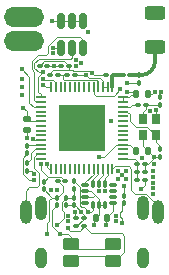
<source format=gbr>
%TF.GenerationSoftware,KiCad,Pcbnew,9.0.1*%
%TF.CreationDate,2025-07-17T15:45:22-04:00*%
%TF.ProjectId,flowstick_main_pcb,666c6f77-7374-4696-936b-5f6d61696e5f,rev?*%
%TF.SameCoordinates,Original*%
%TF.FileFunction,Copper,L1,Top*%
%TF.FilePolarity,Positive*%
%FSLAX46Y46*%
G04 Gerber Fmt 4.6, Leading zero omitted, Abs format (unit mm)*
G04 Created by KiCad (PCBNEW 9.0.1) date 2025-07-17 15:45:22*
%MOMM*%
%LPD*%
G01*
G04 APERTURE LIST*
G04 Aperture macros list*
%AMRoundRect*
0 Rectangle with rounded corners*
0 $1 Rounding radius*
0 $2 $3 $4 $5 $6 $7 $8 $9 X,Y pos of 4 corners*
0 Add a 4 corners polygon primitive as box body*
4,1,4,$2,$3,$4,$5,$6,$7,$8,$9,$2,$3,0*
0 Add four circle primitives for the rounded corners*
1,1,$1+$1,$2,$3*
1,1,$1+$1,$4,$5*
1,1,$1+$1,$6,$7*
1,1,$1+$1,$8,$9*
0 Add four rect primitives between the rounded corners*
20,1,$1+$1,$2,$3,$4,$5,0*
20,1,$1+$1,$4,$5,$6,$7,0*
20,1,$1+$1,$6,$7,$8,$9,0*
20,1,$1+$1,$8,$9,$2,$3,0*%
G04 Aperture macros list end*
%TA.AperFunction,Conductor*%
%ADD10C,0.300000*%
%TD*%
%TA.AperFunction,SMDPad,CuDef*%
%ADD11RoundRect,0.100000X-0.130000X-0.100000X0.130000X-0.100000X0.130000X0.100000X-0.130000X0.100000X0*%
%TD*%
%TA.AperFunction,SMDPad,CuDef*%
%ADD12RoundRect,0.100000X0.130000X0.100000X-0.130000X0.100000X-0.130000X-0.100000X0.130000X-0.100000X0*%
%TD*%
%TA.AperFunction,SMDPad,CuDef*%
%ADD13RoundRect,0.100000X-0.100000X0.130000X-0.100000X-0.130000X0.100000X-0.130000X0.100000X0.130000X0*%
%TD*%
%TA.AperFunction,SMDPad,CuDef*%
%ADD14RoundRect,0.100000X0.100000X-0.130000X0.100000X0.130000X-0.100000X0.130000X-0.100000X-0.130000X0*%
%TD*%
%TA.AperFunction,SMDPad,CuDef*%
%ADD15O,1.000000X2.000000*%
%TD*%
%TA.AperFunction,SMDPad,CuDef*%
%ADD16RoundRect,0.140000X0.140000X0.170000X-0.140000X0.170000X-0.140000X-0.170000X0.140000X-0.170000X0*%
%TD*%
%TA.AperFunction,ComponentPad*%
%ADD17O,3.400000X1.700000*%
%TD*%
%TA.AperFunction,ComponentPad*%
%ADD18C,1.700000*%
%TD*%
%TA.AperFunction,SMDPad,CuDef*%
%ADD19RoundRect,0.140000X-0.140000X-0.170000X0.140000X-0.170000X0.140000X0.170000X-0.140000X0.170000X0*%
%TD*%
%TA.AperFunction,SMDPad,CuDef*%
%ADD20R,0.800000X0.900000*%
%TD*%
%TA.AperFunction,SMDPad,CuDef*%
%ADD21RoundRect,0.087500X-0.225000X-0.087500X0.225000X-0.087500X0.225000X0.087500X-0.225000X0.087500X0*%
%TD*%
%TA.AperFunction,SMDPad,CuDef*%
%ADD22RoundRect,0.087500X-0.087500X-0.225000X0.087500X-0.225000X0.087500X0.225000X-0.087500X0.225000X0*%
%TD*%
%TA.AperFunction,SMDPad,CuDef*%
%ADD23RoundRect,0.140000X-0.170000X0.140000X-0.170000X-0.140000X0.170000X-0.140000X0.170000X0.140000X0*%
%TD*%
%TA.AperFunction,SMDPad,CuDef*%
%ADD24RoundRect,0.250000X-0.450000X-0.275000X0.450000X-0.275000X0.450000X0.275000X-0.450000X0.275000X0*%
%TD*%
%TA.AperFunction,SMDPad,CuDef*%
%ADD25RoundRect,0.250000X0.625000X-0.312500X0.625000X0.312500X-0.625000X0.312500X-0.625000X-0.312500X0*%
%TD*%
%TA.AperFunction,SMDPad,CuDef*%
%ADD26RoundRect,0.050000X-0.050000X0.350000X-0.050000X-0.350000X0.050000X-0.350000X0.050000X0.350000X0*%
%TD*%
%TA.AperFunction,SMDPad,CuDef*%
%ADD27RoundRect,0.050000X-0.350000X0.050000X-0.350000X-0.050000X0.350000X-0.050000X0.350000X0.050000X0*%
%TD*%
%TA.AperFunction,HeatsinkPad*%
%ADD28R,4.000000X4.000000*%
%TD*%
%TA.AperFunction,SMDPad,CuDef*%
%ADD29RoundRect,0.150000X0.150000X-0.512500X0.150000X0.512500X-0.150000X0.512500X-0.150000X-0.512500X0*%
%TD*%
%TA.AperFunction,HeatsinkPad*%
%ADD30O,1.000000X1.800000*%
%TD*%
%TA.AperFunction,HeatsinkPad*%
%ADD31O,1.000000X2.100000*%
%TD*%
%TA.AperFunction,ViaPad*%
%ADD32C,0.420000*%
%TD*%
%TA.AperFunction,Conductor*%
%ADD33C,0.110000*%
%TD*%
%TA.AperFunction,Conductor*%
%ADD34C,0.200000*%
%TD*%
G04 APERTURE END LIST*
D10*
%TO.N,Net-(AE1-Pad1)*%
X155350000Y-81700000D02*
G75*
G02*
X154150000Y-82900000I-1200000J0D01*
G01*
%TD*%
D11*
%TO.P,C11,1*%
%TO.N,Net-(D1A-K)*%
X147380000Y-82100000D03*
%TO.P,C11,2*%
%TO.N,GND*%
X148020000Y-82100000D03*
%TD*%
%TO.P,R15,2*%
%TO.N,+3.3V*%
X148520000Y-82900000D03*
%TO.P,R15,1*%
%TO.N,Net-(U1-CHIP_PU)*%
X147880000Y-82900000D03*
%TD*%
D12*
%TO.P,C18,1*%
%TO.N,Net-(U1-CHIP_PU)*%
X147120000Y-82900000D03*
%TO.P,C18,2*%
%TO.N,GND*%
X146480000Y-82900000D03*
%TD*%
D13*
%TO.P,R10,1*%
%TO.N,+3.3V*%
X148500000Y-91880000D03*
%TO.P,R10,2*%
%TO.N,/VREF*%
X148500000Y-92520000D03*
%TD*%
D14*
%TO.P,C14,1*%
%TO.N,/BATT_MEASURE*%
X145900000Y-92565000D03*
%TO.P,C14,2*%
%TO.N,/BATT_MEASURE_EN*%
X145900000Y-91925000D03*
%TD*%
D13*
%TO.P,C8,1*%
%TO.N,Net-(AE1-Pad1)*%
X154000000Y-82935000D03*
%TO.P,C8,2*%
%TO.N,GND*%
X154000000Y-83575000D03*
%TD*%
D15*
%TO.P,J3,1,Pin_1*%
%TO.N,/LED_CLK*%
X155600000Y-94500000D03*
%TD*%
D13*
%TO.P,C5,1*%
%TO.N,Net-(U1-XTAL_N)*%
X155730000Y-89180000D03*
%TO.P,C5,2*%
%TO.N,GND*%
X155730000Y-89820000D03*
%TD*%
D11*
%TO.P,R14,1*%
%TO.N,/VBUS_SENSE*%
X153810000Y-91100000D03*
%TO.P,R14,2*%
%TO.N,GND*%
X154450000Y-91100000D03*
%TD*%
D14*
%TO.P,R3,1*%
%TO.N,/USBDP*%
X144500000Y-91020000D03*
%TO.P,R3,2*%
%TO.N,Net-(U1-GPIO20{slash}USB_D+)*%
X144500000Y-90380000D03*
%TD*%
D13*
%TO.P,C13,1*%
%TO.N,/VREF*%
X148500000Y-93280000D03*
%TO.P,C13,2*%
%TO.N,GND*%
X148500000Y-93920000D03*
%TD*%
D16*
%TO.P,C16,1*%
%TO.N,+3.3V*%
X151280000Y-95000000D03*
%TO.P,C16,2*%
%TO.N,GND*%
X150320000Y-95000000D03*
%TD*%
D17*
%TO.P,BT1,1,+*%
%TO.N,+BATT*%
X144250000Y-80000000D03*
D18*
X143500000Y-80000000D03*
D17*
%TO.P,BT1,2,-*%
%TO.N,GND*%
X144250000Y-78000000D03*
D18*
X143500000Y-78000000D03*
%TD*%
D14*
%TO.P,R8,1*%
%TO.N,+BATT*%
X147000000Y-93920000D03*
%TO.P,R8,2*%
%TO.N,/BATT_MEASURE*%
X147000000Y-93280000D03*
%TD*%
D13*
%TO.P,R1,1*%
%TO.N,Net-(J1-CC1)*%
X152700000Y-93100000D03*
%TO.P,R1,2*%
%TO.N,GND*%
X152700000Y-93740000D03*
%TD*%
D12*
%TO.P,R7,1*%
%TO.N,Net-(D1A-K)*%
X146200000Y-82100000D03*
%TO.P,R7,2*%
%TO.N,GND*%
X145560000Y-82100000D03*
%TD*%
D19*
%TO.P,C4,1*%
%TO.N,+3.3V*%
X153750000Y-84500000D03*
%TO.P,C4,2*%
%TO.N,GND*%
X154710000Y-84500000D03*
%TD*%
D14*
%TO.P,R4,1*%
%TO.N,/USBDM*%
X144500000Y-89520000D03*
%TO.P,R4,2*%
%TO.N,Net-(U1-GPIO19{slash}USB_D-)*%
X144500000Y-88880000D03*
%TD*%
D13*
%TO.P,C6,1*%
%TO.N,GND*%
X155730000Y-84780000D03*
%TO.P,C6,2*%
%TO.N,Net-(C6-Pad2)*%
X155730000Y-85420000D03*
%TD*%
D20*
%TO.P,Y1,1,1*%
%TO.N,Net-(U1-XTAL_N)*%
X155380000Y-88000000D03*
%TO.P,Y1,2,2*%
%TO.N,GND*%
X155380000Y-86600000D03*
%TO.P,Y1,3,3*%
%TO.N,Net-(C6-Pad2)*%
X154280000Y-86600000D03*
%TO.P,Y1,4,4*%
%TO.N,GND*%
X154280000Y-88000000D03*
%TD*%
D13*
%TO.P,R11,1*%
%TO.N,/VREF*%
X147800000Y-93280000D03*
%TO.P,R11,2*%
%TO.N,GND*%
X147800000Y-93920000D03*
%TD*%
D12*
%TO.P,C7,1*%
%TO.N,Net-(U1-LNA_IN)*%
X151820000Y-82900000D03*
%TO.P,C7,2*%
%TO.N,GND*%
X151180000Y-82900000D03*
%TD*%
D19*
%TO.P,C3,1*%
%TO.N,+3.3V*%
X153750000Y-89300000D03*
%TO.P,C3,2*%
%TO.N,GND*%
X154710000Y-89300000D03*
%TD*%
D11*
%TO.P,R9,1*%
%TO.N,/BATT_MEASURE*%
X147080000Y-91900000D03*
%TO.P,R9,2*%
%TO.N,/BATT_MEASURE_EN*%
X147720000Y-91900000D03*
%TD*%
D21*
%TO.P,U5,1,SDO/SA0*%
%TO.N,/IMU_PICO*%
X149437500Y-92250000D03*
%TO.P,U5,2,SDX*%
%TO.N,GND*%
X149437500Y-92750000D03*
%TO.P,U5,3,SCX*%
X149437500Y-93250000D03*
%TO.P,U5,4,INT1*%
%TO.N,unconnected-(U5-INT1-Pad4)*%
X149437500Y-93750000D03*
D22*
%TO.P,U5,5,VDDIO*%
%TO.N,+3.3V*%
X150100000Y-93912500D03*
%TO.P,U5,6,GND*%
%TO.N,GND*%
X150600000Y-93912500D03*
%TO.P,U5,7,GND*%
X151100000Y-93912500D03*
D21*
%TO.P,U5,8,VDD*%
%TO.N,+3.3V*%
X151762500Y-93750000D03*
%TO.P,U5,9,INT2*%
%TO.N,unconnected-(U5-INT2-Pad9)*%
X151762500Y-93250000D03*
%TO.P,U5,10,NC*%
%TO.N,unconnected-(U5-NC-Pad10)*%
X151762500Y-92750000D03*
%TO.P,U5,11,NC*%
%TO.N,unconnected-(U5-NC-Pad11)*%
X151762500Y-92250000D03*
D22*
%TO.P,U5,12,CS*%
%TO.N,/IMU_CS*%
X151100000Y-92087500D03*
%TO.P,U5,13,SCL*%
%TO.N,/IMU_SCK*%
X150600000Y-92087500D03*
%TO.P,U5,14,SDA*%
%TO.N,/IMU_POCI*%
X150100000Y-92087500D03*
%TD*%
D15*
%TO.P,J4,1,Pin_1*%
%TO.N,/LED_DAT*%
X144400000Y-94500000D03*
%TD*%
D23*
%TO.P,C2,1*%
%TO.N,+3.3V*%
X144500000Y-86620000D03*
%TO.P,C2,2*%
%TO.N,GND*%
X144500000Y-87580000D03*
%TD*%
D12*
%TO.P,R13,1*%
%TO.N,VBUS*%
X154450000Y-91800000D03*
%TO.P,R13,2*%
%TO.N,/VBUS_SENSE*%
X153810000Y-91800000D03*
%TD*%
D24*
%TO.P,SW1,1,1*%
%TO.N,+BATT*%
X148200000Y-97180000D03*
X151800000Y-97180000D03*
%TO.P,SW1,2,2*%
%TO.N,/BUTTON*%
X148200000Y-98620000D03*
X151800000Y-98620000D03*
%TD*%
D25*
%TO.P,AE1,1*%
%TO.N,Net-(AE1-Pad1)*%
X155350000Y-80562500D03*
%TO.P,AE1,2*%
%TO.N,unconnected-(AE1-Pad2)*%
X155350000Y-77637500D03*
%TD*%
D26*
%TO.P,U1,1,LNA_IN*%
%TO.N,Net-(U1-LNA_IN)*%
X151730000Y-83950000D03*
%TO.P,U1,2,VDD3P3*%
%TO.N,+3.3V*%
X151330000Y-83950000D03*
%TO.P,U1,3,VDD3P3*%
X150930000Y-83950000D03*
%TO.P,U1,4,CHIP_PU*%
%TO.N,Net-(U1-CHIP_PU)*%
X150530000Y-83950000D03*
%TO.P,U1,5,GPIO0*%
%TO.N,Net-(U1-GPIO0)*%
X150130000Y-83950000D03*
%TO.P,U1,6,GPIO1*%
%TO.N,unconnected-(U1-GPIO1-Pad6)*%
X149730000Y-83950000D03*
%TO.P,U1,7,GPIO2*%
%TO.N,unconnected-(U1-GPIO2-Pad7)*%
X149330000Y-83950000D03*
%TO.P,U1,8,GPIO3*%
%TO.N,unconnected-(U1-GPIO3-Pad8)*%
X148930000Y-83950000D03*
%TO.P,U1,9,GPIO4*%
%TO.N,unconnected-(U1-GPIO4-Pad9)*%
X148530000Y-83950000D03*
%TO.P,U1,10,GPIO5*%
%TO.N,unconnected-(U1-GPIO5-Pad10)*%
X148130000Y-83950000D03*
%TO.P,U1,11,GPIO6*%
%TO.N,unconnected-(U1-GPIO6-Pad11)*%
X147730000Y-83950000D03*
%TO.P,U1,12,GPIO7*%
%TO.N,unconnected-(U1-GPIO7-Pad12)*%
X147330000Y-83950000D03*
%TO.P,U1,13,GPIO8*%
%TO.N,/VREF*%
X146930000Y-83950000D03*
%TO.P,U1,14,GPIO9*%
%TO.N,/BATT_MEASURE*%
X146530000Y-83950000D03*
D27*
%TO.P,U1,15,GPIO10*%
%TO.N,/BUTTON*%
X145680000Y-84800000D03*
%TO.P,U1,16,GPIO11*%
%TO.N,/PWRHLD*%
X145680000Y-85200000D03*
%TO.P,U1,17,GPIO12*%
%TO.N,/CHG_SENSE*%
X145680000Y-85600000D03*
%TO.P,U1,18,GPIO13*%
%TO.N,unconnected-(U1-GPIO13-Pad18)*%
X145680000Y-86000000D03*
%TO.P,U1,19,GPIO14*%
%TO.N,unconnected-(U1-GPIO14-Pad19)*%
X145680000Y-86400000D03*
%TO.P,U1,20,VDD3P3_RTC*%
%TO.N,+3.3V*%
X145680000Y-86800000D03*
%TO.P,U1,21,XTAL_32K_P*%
%TO.N,unconnected-(U1-XTAL_32K_P-Pad21)*%
X145680000Y-87200000D03*
%TO.P,U1,22,XTAL_32K_N*%
%TO.N,unconnected-(U1-XTAL_32K_N-Pad22)*%
X145680000Y-87600000D03*
%TO.P,U1,23,GPIO17*%
%TO.N,unconnected-(U1-GPIO17-Pad23)*%
X145680000Y-88000000D03*
%TO.P,U1,24,GPIO18*%
%TO.N,/BATT_MEASURE_EN*%
X145680000Y-88400000D03*
%TO.P,U1,25,GPIO19/USB_D-*%
%TO.N,Net-(U1-GPIO19{slash}USB_D-)*%
X145680000Y-88800000D03*
%TO.P,U1,26,GPIO20/USB_D+*%
%TO.N,Net-(U1-GPIO20{slash}USB_D+)*%
X145680000Y-89200000D03*
%TO.P,U1,27,GPIO21*%
%TO.N,/LED_DAT*%
X145680000Y-89600000D03*
%TO.P,U1,28,SPICS1*%
%TO.N,unconnected-(U1-SPICS1-Pad28)*%
X145680000Y-90000000D03*
D26*
%TO.P,U1,29,VDD_SPI*%
%TO.N,+3.3V*%
X146530000Y-90850000D03*
%TO.P,U1,30,SPIHD*%
%TO.N,unconnected-(U1-SPIHD-Pad30)*%
X146930000Y-90850000D03*
%TO.P,U1,31,SPIWP*%
%TO.N,unconnected-(U1-SPIWP-Pad31)*%
X147330000Y-90850000D03*
%TO.P,U1,32,SPICS0*%
%TO.N,unconnected-(U1-SPICS0-Pad32)*%
X147730000Y-90850000D03*
%TO.P,U1,33,SPICLK*%
%TO.N,unconnected-(U1-SPICLK-Pad33)*%
X148130000Y-90850000D03*
%TO.P,U1,34,SPIQ*%
%TO.N,unconnected-(U1-SPIQ-Pad34)*%
X148530000Y-90850000D03*
%TO.P,U1,35,SPID*%
%TO.N,unconnected-(U1-SPID-Pad35)*%
X148930000Y-90850000D03*
%TO.P,U1,36,SPICLK_N*%
%TO.N,unconnected-(U1-SPICLK_N-Pad36)*%
X149330000Y-90850000D03*
%TO.P,U1,37,SPICLK_P*%
%TO.N,unconnected-(U1-SPICLK_P-Pad37)*%
X149730000Y-90850000D03*
%TO.P,U1,38,GPIO33*%
%TO.N,/IMU_PICO*%
X150130000Y-90850000D03*
%TO.P,U1,39,GPIO34*%
%TO.N,/IMU_POCI*%
X150530000Y-90850000D03*
%TO.P,U1,40,GPIO35*%
%TO.N,/IMU_SCK*%
X150930000Y-90850000D03*
%TO.P,U1,41,GPIO36*%
%TO.N,/IMU_CS*%
X151330000Y-90850000D03*
%TO.P,U1,42,GPIO37*%
%TO.N,/LED_CLK*%
X151730000Y-90850000D03*
D27*
%TO.P,U1,43,GPIO38*%
%TO.N,/VBUS_SENSE*%
X152580000Y-90000000D03*
%TO.P,U1,44,MTCK*%
%TO.N,unconnected-(U1-MTCK-Pad44)*%
X152580000Y-89600000D03*
%TO.P,U1,45,MTDO*%
%TO.N,unconnected-(U1-MTDO-Pad45)*%
X152580000Y-89200000D03*
%TO.P,U1,46,VDD3P3_CPU*%
%TO.N,+3.3V*%
X152580000Y-88800000D03*
%TO.P,U1,47,MTDI*%
%TO.N,unconnected-(U1-MTDI-Pad47)*%
X152580000Y-88400000D03*
%TO.P,U1,48,MTMS*%
%TO.N,unconnected-(U1-MTMS-Pad48)*%
X152580000Y-88000000D03*
%TO.P,U1,49,U0TXD*%
%TO.N,unconnected-(U1-U0TXD-Pad49)*%
X152580000Y-87600000D03*
%TO.P,U1,50,U0RXD*%
%TO.N,unconnected-(U1-U0RXD-Pad50)*%
X152580000Y-87200000D03*
%TO.P,U1,51,GPIO45*%
%TO.N,unconnected-(U1-GPIO45-Pad51)*%
X152580000Y-86800000D03*
%TO.P,U1,52,GPIO46*%
%TO.N,unconnected-(U1-GPIO46-Pad52)*%
X152580000Y-86400000D03*
%TO.P,U1,53,XTAL_N*%
%TO.N,Net-(U1-XTAL_N)*%
X152580000Y-86000000D03*
%TO.P,U1,54,XTAL_P*%
%TO.N,Net-(U1-XTAL_P)*%
X152580000Y-85600000D03*
%TO.P,U1,55,VDDA*%
%TO.N,+3.3V*%
X152580000Y-85200000D03*
%TO.P,U1,56,VDDA*%
X152580000Y-84800000D03*
D28*
%TO.P,U1,57,GND*%
%TO.N,GND*%
X149130000Y-87400000D03*
%TD*%
D11*
%TO.P,R2,1*%
%TO.N,Net-(J1-CC2)*%
X148680000Y-95000000D03*
%TO.P,R2,2*%
%TO.N,GND*%
X149320000Y-95000000D03*
%TD*%
%TO.P,C15,1*%
%TO.N,/VBUS_SENSE*%
X153810000Y-90400000D03*
%TO.P,C15,2*%
%TO.N,GND*%
X154450000Y-90400000D03*
%TD*%
%TO.P,L2,1,1*%
%TO.N,Net-(U1-LNA_IN)*%
X152580000Y-82900000D03*
%TO.P,L2,2,2*%
%TO.N,Net-(AE1-Pad1)*%
X153220000Y-82900000D03*
%TD*%
D12*
%TO.P,C17,1*%
%TO.N,/BUTTON*%
X149320000Y-95700000D03*
%TO.P,C17,2*%
%TO.N,GND*%
X148680000Y-95700000D03*
%TD*%
%TO.P,L1,1,1*%
%TO.N,Net-(C6-Pad2)*%
X154550000Y-85400000D03*
%TO.P,L1,2,2*%
%TO.N,Net-(U1-XTAL_P)*%
X153910000Y-85400000D03*
%TD*%
D29*
%TO.P,D1,6,K*%
%TO.N,Net-(D1A-K)*%
X147350000Y-78362500D03*
%TO.P,D1,5,K*%
X148300000Y-78362500D03*
%TO.P,D1,4,K*%
X149250000Y-78362500D03*
%TO.P,D1,3,A*%
%TO.N,/PWRHLD*%
X149250000Y-80637500D03*
%TO.P,D1,2,A*%
%TO.N,/BUTTON*%
X148300000Y-80637500D03*
%TO.P,D1,1,A*%
%TO.N,VBUS*%
X147350000Y-80637500D03*
%TD*%
D30*
%TO.P,J1,S1,SHIELD*%
%TO.N,unconnected-(J1-SHIELD-PadS1)_1*%
X154320000Y-98375000D03*
D31*
%TO.N,unconnected-(J1-SHIELD-PadS1)_3*%
X154320000Y-94195000D03*
D30*
%TO.N,unconnected-(J1-SHIELD-PadS1)_2*%
X145680000Y-98375000D03*
D31*
%TO.N,unconnected-(J1-SHIELD-PadS1)*%
X145680000Y-94195000D03*
%TD*%
D32*
%TO.N,Net-(D1A-K)*%
X146800000Y-82100000D03*
%TO.N,Net-(U1-GPIO0)*%
X152400000Y-84080000D03*
%TO.N,+3.3V*%
X149500000Y-82925000D03*
%TO.N,GND*%
X150000000Y-82725000D03*
X149630143Y-79286386D03*
X149098341Y-94507490D03*
X155200000Y-92500000D03*
X155300000Y-84300000D03*
X155800000Y-84300000D03*
X144100000Y-83900000D03*
X147069668Y-92600000D03*
X149200000Y-86700000D03*
X144100000Y-83200000D03*
X155270000Y-89870000D03*
X144500000Y-88200000D03*
X149900000Y-86700000D03*
X155200000Y-91000000D03*
X150200000Y-95600000D03*
X150700000Y-86700000D03*
X146515780Y-92600000D03*
X152950000Y-83601000D03*
X155200000Y-91500000D03*
X152519711Y-95403942D03*
X155200000Y-93000000D03*
X154897859Y-85915610D03*
X155200000Y-92000000D03*
X144100000Y-84600000D03*
X148400000Y-86700000D03*
X155399297Y-85900979D03*
%TO.N,+BATT*%
X152200000Y-91700000D03*
X152900000Y-91700000D03*
X152200000Y-91000000D03*
X147300000Y-96400000D03*
X152900000Y-91000000D03*
X152550000Y-91350000D03*
%TO.N,+3.3V*%
X149628319Y-94512579D03*
X148650000Y-82150000D03*
X150600000Y-89880000D03*
X149089316Y-81900000D03*
X148650000Y-81600000D03*
X153000000Y-84351000D03*
X146200000Y-90429998D03*
X151200000Y-95600000D03*
X144164430Y-85700000D03*
%TO.N,+5V*%
X151600000Y-86800000D03*
X155251605Y-90417313D03*
%TO.N,Net-(D1A-K)*%
X146630000Y-78328875D03*
X154199064Y-89896464D03*
%TO.N,/VREF*%
X145880000Y-83200000D03*
X147016042Y-95577958D03*
%TO.N,/BATT_MEASURE*%
X145880000Y-83739572D03*
X146200000Y-96400000D03*
%TO.N,/BATT_MEASURE_EN*%
X145019711Y-88303942D03*
X145669997Y-90429998D03*
%TO.N,/BUTTON*%
X148000000Y-95830003D03*
%TO.N,VBUS*%
X148000000Y-94800000D03*
X148000000Y-95300000D03*
X152000000Y-94800000D03*
X154110391Y-92525000D03*
X152000000Y-95300000D03*
X146709000Y-80590166D03*
X146700000Y-81050000D03*
%TO.N,/USBDM*%
X145101689Y-91829113D03*
X151125749Y-92727751D03*
%TO.N,Net-(J1-CC2)*%
X148518942Y-94484457D03*
%TO.N,Net-(J1-CC1)*%
X152700000Y-92300000D03*
%TO.N,/USBDP*%
X150595774Y-92733021D03*
X145071000Y-91300000D03*
%TO.N,/CHG_SENSE*%
X144030000Y-82400000D03*
%TO.N,/BUTTON*%
X145820000Y-82673405D03*
%TD*%
D33*
%TO.N,Net-(D1A-K)*%
X148300000Y-78362500D02*
X149250000Y-78362500D01*
X147350000Y-78362500D02*
X148300000Y-78362500D01*
X146630000Y-78328875D02*
X147316375Y-78328875D01*
X147316375Y-78328875D02*
X147350000Y-78362500D01*
%TO.N,/PWRHLD*%
X145680000Y-85200000D02*
X145250000Y-85200000D01*
X145250000Y-85200000D02*
X145100000Y-85050000D01*
X145100000Y-82612542D02*
X144879000Y-82391541D01*
X149250000Y-79975001D02*
X149250000Y-80637500D01*
X145100000Y-85050000D02*
X145100000Y-82612542D01*
X144879000Y-81721000D02*
X145400000Y-81200000D01*
X145400000Y-81200000D02*
X146100000Y-81200000D01*
X144879000Y-82391541D02*
X144879000Y-81721000D01*
X146100000Y-81200000D02*
X146300000Y-81000000D01*
X146300000Y-80400000D02*
X147000000Y-79700000D01*
X147000000Y-79700000D02*
X148974999Y-79700000D01*
X146300000Y-81000000D02*
X146300000Y-80400000D01*
X148974999Y-79700000D02*
X149250000Y-79975001D01*
%TO.N,/BUTTON*%
X148300000Y-80637500D02*
X148300000Y-81400000D01*
X148300000Y-81400000D02*
X148197000Y-81503000D01*
X145100000Y-82300000D02*
X145473405Y-82673405D01*
X148197000Y-81503000D02*
X145497000Y-81503000D01*
X145497000Y-81503000D02*
X145100000Y-81900000D01*
X145100000Y-81900000D02*
X145100000Y-82300000D01*
X145473405Y-82673405D02*
X145820000Y-82673405D01*
%TO.N,GND*%
X148400000Y-82500000D02*
X148426000Y-82526000D01*
X148426000Y-82526000D02*
X149801000Y-82526000D01*
X149801000Y-82526000D02*
X150000000Y-82725000D01*
X146700000Y-82500000D02*
X148000000Y-82500000D01*
X148020000Y-82100000D02*
X148020000Y-82480000D01*
X148020000Y-82480000D02*
X148000000Y-82500000D01*
X146600000Y-82600000D02*
X146700000Y-82500000D01*
X148000000Y-82500000D02*
X148400000Y-82500000D01*
X146480000Y-82900000D02*
X146480000Y-82720000D01*
X146480000Y-82720000D02*
X146600000Y-82600000D01*
X145560000Y-82100000D02*
X145936000Y-81724000D01*
X145936000Y-81724000D02*
X147644000Y-81724000D01*
X147644000Y-81724000D02*
X148020000Y-82100000D01*
%TO.N,Net-(D1A-K)*%
X146200000Y-82100000D02*
X146800000Y-82100000D01*
X147380000Y-82100000D02*
X146800000Y-82100000D01*
%TO.N,VBUS*%
X147350000Y-80637500D02*
X146782532Y-80637500D01*
X146782532Y-80637500D02*
X146712019Y-80708013D01*
%TO.N,/BUTTON*%
X145680000Y-84530000D02*
X145680000Y-84800000D01*
%TO.N,/CHG_SENSE*%
X144030000Y-82400000D02*
X144700000Y-83070000D01*
X144700000Y-83070000D02*
X144700000Y-85235000D01*
X144700000Y-85235000D02*
X145065000Y-85600000D01*
X145065000Y-85600000D02*
X145680000Y-85600000D01*
%TO.N,/BUTTON*%
X145820000Y-82673405D02*
X145450000Y-83043405D01*
X145450000Y-83043405D02*
X145450000Y-84300000D01*
X145450000Y-84300000D02*
X145680000Y-84530000D01*
%TO.N,GND*%
X152950000Y-83601000D02*
X153974000Y-83601000D01*
X153974000Y-83601000D02*
X154000000Y-83575000D01*
X150000000Y-82725000D02*
X150002970Y-82722030D01*
X150175000Y-82900000D02*
X151180000Y-82900000D01*
X150002970Y-82722030D02*
X150002970Y-82727970D01*
X150002970Y-82727970D02*
X150175000Y-82900000D01*
%TO.N,Net-(U1-GPIO0)*%
X151830000Y-84650000D02*
X152400000Y-84080000D01*
X150130000Y-84480000D02*
X150300000Y-84650000D01*
X150130000Y-83950000D02*
X150130000Y-84480000D01*
X150300000Y-84650000D02*
X151650000Y-84650000D01*
X151600000Y-84650000D02*
X151830000Y-84650000D01*
X151650000Y-84650000D02*
X151600000Y-84650000D01*
%TO.N,+3.3V*%
X149500000Y-82925000D02*
X149704000Y-83129000D01*
X149704000Y-83129000D02*
X150679000Y-83129000D01*
X150679000Y-83129000D02*
X150930000Y-83380000D01*
X150930000Y-83380000D02*
X150930000Y-83950000D01*
%TO.N,Net-(U1-CHIP_PU)*%
X147500000Y-82900000D02*
X147500000Y-83200000D01*
X147500000Y-83200000D02*
X147650000Y-83350000D01*
X147650000Y-83350000D02*
X150410000Y-83350000D01*
X150410000Y-83350000D02*
X150530000Y-83470000D01*
X150530000Y-83470000D02*
X150530000Y-83950000D01*
%TO.N,+3.3V*%
X148520000Y-82900000D02*
X149475000Y-82900000D01*
X149475000Y-82900000D02*
X149500000Y-82925000D01*
%TO.N,Net-(U1-CHIP_PU)*%
X147500000Y-82900000D02*
X147880000Y-82900000D01*
X147120000Y-82900000D02*
X147500000Y-82900000D01*
%TO.N,/VREF*%
X145880000Y-83200000D02*
X145980000Y-83300000D01*
X145980000Y-83300000D02*
X146659294Y-83300000D01*
X146659294Y-83300000D02*
X146930000Y-83570706D01*
X146930000Y-83570706D02*
X146930000Y-83950000D01*
%TO.N,+3.3V*%
X153000000Y-84351000D02*
X153601000Y-84351000D01*
X153601000Y-84351000D02*
X153750000Y-84500000D01*
%TO.N,GND*%
X155730000Y-84370000D02*
X155800000Y-84300000D01*
X152399000Y-94898379D02*
X152399000Y-94491621D01*
X149320000Y-95000000D02*
X149320000Y-94729149D01*
X150250000Y-93050000D02*
X150600000Y-93400000D01*
X149130000Y-87400000D02*
X149130000Y-86770000D01*
X154738587Y-90400000D02*
X154450000Y-90400000D01*
X150220000Y-95000000D02*
X150320000Y-95000000D01*
X149320000Y-95000000D02*
X149320000Y-95060000D01*
X149098341Y-94507490D02*
X149098341Y-94498341D01*
X150200000Y-95600000D02*
X150200000Y-95020000D01*
X150200000Y-95020000D02*
X150220000Y-95000000D01*
X154710000Y-89300000D02*
X154710000Y-89310000D01*
X152519711Y-95403942D02*
X152519711Y-95019090D01*
X150600000Y-93912500D02*
X150600000Y-94720000D01*
X150050000Y-93250000D02*
X150250000Y-93050000D01*
X154450000Y-90400000D02*
X154450000Y-91100000D01*
X152399000Y-94491621D02*
X152519711Y-94370910D01*
X149437500Y-92750000D02*
X149950000Y-92750000D01*
X148520000Y-93920000D02*
X148500000Y-93920000D01*
X155270000Y-89870000D02*
X155080834Y-90059166D01*
X150150001Y-95649999D02*
X150200000Y-95600000D01*
X150600000Y-93400000D02*
X150600000Y-93912500D01*
X152519711Y-94370910D02*
X152519711Y-93920289D01*
X155079421Y-90059166D02*
X154738587Y-90400000D01*
X149100000Y-87400000D02*
X148400000Y-86700000D01*
X155080834Y-90059166D02*
X155079421Y-90059166D01*
X144500000Y-87580000D02*
X144500000Y-88200000D01*
X149950000Y-92750000D02*
X150250000Y-93050000D01*
X155100000Y-84500000D02*
X155300000Y-84300000D01*
X148500000Y-93920000D02*
X147800000Y-93920000D01*
X154710000Y-84500000D02*
X155100000Y-84500000D01*
X149130000Y-86770000D02*
X149200000Y-86700000D01*
X152519711Y-95019090D02*
X152399000Y-94898379D01*
X150600000Y-93912500D02*
X151100000Y-93912500D01*
X152519711Y-93920289D02*
X152700000Y-93740000D01*
X155380000Y-86600000D02*
X155380000Y-85920276D01*
X149098341Y-94498341D02*
X148520000Y-93920000D01*
X149437500Y-93250000D02*
X150050000Y-93250000D01*
X154710000Y-89310000D02*
X155270000Y-89870000D01*
X149320000Y-94729149D02*
X149098341Y-94507490D01*
X149130000Y-87400000D02*
X149200000Y-87400000D01*
X149320000Y-95060000D02*
X148680000Y-95700000D01*
X155270000Y-89870000D02*
X155320000Y-89820000D01*
X149130000Y-87400000D02*
X149100000Y-87400000D01*
X149200000Y-87400000D02*
X149900000Y-86700000D01*
X154280000Y-88000000D02*
X154280000Y-88870000D01*
X155730000Y-84780000D02*
X155730000Y-84370000D01*
X150600000Y-94720000D02*
X150320000Y-95000000D01*
X154280000Y-88870000D02*
X154710000Y-89300000D01*
X155320000Y-89820000D02*
X155730000Y-89820000D01*
X155380000Y-85920276D02*
X155399297Y-85900979D01*
D34*
%TO.N,Net-(AE1-Pad1)*%
X154200000Y-82900000D02*
X154035000Y-82900000D01*
D33*
X153965000Y-82900000D02*
X154000000Y-82935000D01*
D10*
X153220000Y-82900000D02*
X153965000Y-82900000D01*
X155350000Y-81700000D02*
X155350000Y-80562500D01*
D33*
%TO.N,+BATT*%
X147300000Y-96400000D02*
X148000000Y-96400000D01*
X147300000Y-96400000D02*
X147300000Y-96392248D01*
X147300000Y-96392248D02*
X146619000Y-95711248D01*
X146619000Y-94301000D02*
X147000000Y-93920000D01*
X146619000Y-95711248D02*
X146619000Y-94301000D01*
X148200000Y-97180000D02*
X148620000Y-97600000D01*
X148200000Y-96600000D02*
X148200000Y-97180000D01*
X148000000Y-96400000D02*
X148200000Y-96600000D01*
X151380000Y-97600000D02*
X151800000Y-97180000D01*
X148620000Y-97600000D02*
X151380000Y-97600000D01*
%TO.N,+3.3V*%
X149628319Y-94512579D02*
X149640898Y-94500000D01*
X151280000Y-95000000D02*
X151280000Y-94900000D01*
X144500000Y-85954502D02*
X144500000Y-86620000D01*
X146200000Y-90700000D02*
X146350000Y-90850000D01*
X144680000Y-86800000D02*
X145680000Y-86800000D01*
X149900000Y-94500000D02*
X150100000Y-94300000D01*
X144500000Y-86620000D02*
X144680000Y-86800000D01*
X152580000Y-88800000D02*
X152062000Y-88800000D01*
X148959000Y-92339000D02*
X148959000Y-93944928D01*
X151220000Y-95000000D02*
X151280000Y-95000000D01*
X149640898Y-94500000D02*
X149900000Y-94500000D01*
X151280000Y-94900000D02*
X151800000Y-94380000D01*
X153250000Y-88800000D02*
X153750000Y-89300000D01*
X152580000Y-85200000D02*
X152580000Y-84800000D01*
X152580000Y-88800000D02*
X153250000Y-88800000D01*
X148959000Y-93944928D02*
X149105072Y-94091000D01*
X151200000Y-95020000D02*
X151220000Y-95000000D01*
X152062000Y-88800000D02*
X150982000Y-89880000D01*
X146350000Y-90850000D02*
X146530000Y-90850000D01*
X151800000Y-94380000D02*
X151800000Y-93787500D01*
X150100000Y-94300000D02*
X150100000Y-93912500D01*
X151200000Y-95600000D02*
X151200000Y-95020000D01*
X144164430Y-85700000D02*
X144500000Y-85954502D01*
X149291000Y-94091000D02*
X149628319Y-94428319D01*
X149105072Y-94091000D02*
X149291000Y-94091000D01*
X148500000Y-91880000D02*
X148959000Y-92339000D01*
X151800000Y-93787500D02*
X151762500Y-93750000D01*
X146200000Y-90429998D02*
X146200000Y-90700000D01*
X150982000Y-89880000D02*
X150600000Y-89880000D01*
X149628319Y-94428319D02*
X149628319Y-94512579D01*
%TO.N,Net-(U1-XTAL_N)*%
X155380000Y-88000000D02*
X155380000Y-88580000D01*
X153700000Y-87300000D02*
X154680000Y-87300000D01*
X153200000Y-86200000D02*
X153200000Y-86800000D01*
X152580000Y-86000000D02*
X153000000Y-86000000D01*
X155380000Y-88580000D02*
X155730000Y-88930000D01*
X153000000Y-86000000D02*
X153200000Y-86200000D01*
X154680000Y-87300000D02*
X155380000Y-88000000D01*
X153200000Y-86800000D02*
X153700000Y-87300000D01*
X155730000Y-88930000D02*
X155730000Y-89180000D01*
%TO.N,Net-(C6-Pad2)*%
X154280000Y-86020000D02*
X154280000Y-86600000D01*
X155710000Y-85400000D02*
X155730000Y-85420000D01*
X154550000Y-85400000D02*
X155710000Y-85400000D01*
X154550000Y-85750000D02*
X154280000Y-86020000D01*
X154550000Y-85400000D02*
X154550000Y-85750000D01*
D10*
%TO.N,Net-(U1-LNA_IN)*%
X151730000Y-83950000D02*
X151730000Y-82990000D01*
X151820000Y-82900000D02*
X152580000Y-82900000D01*
D33*
X151730000Y-82990000D02*
X151820000Y-82900000D01*
%TO.N,/VREF*%
X147600000Y-94994000D02*
X147016042Y-95577958D01*
X147800000Y-93280000D02*
X148500000Y-93280000D01*
X147434000Y-94324621D02*
X147601000Y-94491621D01*
X147600000Y-94900000D02*
X147600000Y-94994000D01*
X147601000Y-94491621D02*
X147601000Y-94899000D01*
X147800000Y-93280000D02*
X147434000Y-93646000D01*
X147601000Y-94899000D02*
X147600000Y-94900000D01*
X148500000Y-93280000D02*
X148500000Y-92520000D01*
X147434000Y-93646000D02*
X147434000Y-94324621D01*
%TO.N,/BATT_MEASURE*%
X145880000Y-83758941D02*
X146071059Y-83950000D01*
X146379000Y-95265000D02*
X146379000Y-93516000D01*
X146379000Y-93516000D02*
X146615000Y-93280000D01*
X147080000Y-91900000D02*
X147500000Y-92320000D01*
X147500000Y-92780000D02*
X147000000Y-93280000D01*
X146200000Y-96400000D02*
X146200000Y-95444000D01*
X147500000Y-92320000D02*
X147500000Y-92780000D01*
X146615000Y-93280000D02*
X147000000Y-93280000D01*
X146071059Y-83950000D02*
X146530000Y-83950000D01*
X146200000Y-95444000D02*
X146379000Y-95265000D01*
X145880000Y-83739572D02*
X145880000Y-83758941D01*
X145900000Y-92565000D02*
X146615000Y-93280000D01*
%TO.N,/BATT_MEASURE_EN*%
X145669997Y-90429998D02*
X145669997Y-90912997D01*
X145115769Y-88400000D02*
X145019711Y-88303942D01*
X145669997Y-90912997D02*
X146291000Y-91534000D01*
X145680000Y-88400000D02*
X145115769Y-88400000D01*
X147354000Y-91534000D02*
X147720000Y-91900000D01*
X146291000Y-91534000D02*
X147354000Y-91534000D01*
X145900000Y-91925000D02*
X146291000Y-91534000D01*
%TO.N,/VBUS_SENSE*%
X153610000Y-90000000D02*
X153810000Y-90200000D01*
X153810000Y-90200000D02*
X153810000Y-90400000D01*
X153810000Y-91800000D02*
X153810000Y-91100000D01*
X152580000Y-90000000D02*
X153610000Y-90000000D01*
X153810000Y-90400000D02*
X153810000Y-91100000D01*
%TO.N,/BUTTON*%
X152500000Y-96300000D02*
X149920000Y-96300000D01*
X148954000Y-96066000D02*
X149320000Y-95700000D01*
X148620000Y-98200000D02*
X151380000Y-98200000D01*
X151380000Y-98200000D02*
X151800000Y-98620000D01*
X152700000Y-97900000D02*
X152700000Y-96500000D01*
X148000000Y-95898983D02*
X148167017Y-96066000D01*
X151980000Y-98620000D02*
X152700000Y-97900000D01*
X148000000Y-95830003D02*
X148000000Y-95898983D01*
X148200000Y-98620000D02*
X148620000Y-98200000D01*
X149920000Y-96300000D02*
X149320000Y-95700000D01*
X148167017Y-96066000D02*
X148954000Y-96066000D01*
X152700000Y-96500000D02*
X152500000Y-96300000D01*
X151800000Y-98620000D02*
X151980000Y-98620000D01*
%TO.N,VBUS*%
X154461348Y-92174043D02*
X154461348Y-91948050D01*
X154461348Y-91948050D02*
X154450000Y-91936702D01*
X154450000Y-91936702D02*
X154450000Y-91800000D01*
X154110391Y-92525000D02*
X154461348Y-92174043D01*
X152021000Y-94779000D02*
X152000000Y-94800000D01*
%TO.N,/USBDM*%
X144700161Y-91829113D02*
X145101689Y-91829113D01*
X144134000Y-91262952D02*
X144700161Y-91829113D01*
X144500000Y-89520000D02*
X144134000Y-89886000D01*
X144134000Y-89886000D02*
X144134000Y-91262952D01*
%TO.N,Net-(J1-CC2)*%
X148518942Y-94838942D02*
X148680000Y-95000000D01*
X148518942Y-94484457D02*
X148518942Y-94838942D01*
%TO.N,Net-(J1-CC1)*%
X152700000Y-93100000D02*
X152700000Y-92300000D01*
%TO.N,/USBDP*%
X144920000Y-91020000D02*
X144500000Y-91020000D01*
X145071000Y-91300000D02*
X145071000Y-91171000D01*
X145071000Y-91171000D02*
X144920000Y-91020000D01*
%TO.N,/LED_DAT*%
X144700000Y-92400000D02*
X145300000Y-92400000D01*
X145300000Y-89600000D02*
X145680000Y-89600000D01*
X145087000Y-89813000D02*
X145300000Y-89600000D01*
X145087000Y-90784255D02*
X145087000Y-89813000D01*
X144400000Y-92700000D02*
X144700000Y-92400000D01*
X145500000Y-92200000D02*
X145500000Y-91197255D01*
X144400000Y-94500000D02*
X144400000Y-92700000D01*
X145300000Y-92400000D02*
X145500000Y-92200000D01*
X145500000Y-91197255D02*
X145087000Y-90784255D01*
%TO.N,/LED_CLK*%
X154595866Y-92979000D02*
X153679000Y-92979000D01*
X153300000Y-92600000D02*
X153300000Y-90834128D01*
X155600000Y-93983134D02*
X155600000Y-94500000D01*
X154595866Y-92979000D02*
X155600000Y-93983134D01*
X151956000Y-90624000D02*
X151730000Y-90850000D01*
X153089872Y-90624000D02*
X151956000Y-90624000D01*
X153679000Y-92979000D02*
X153300000Y-92600000D01*
X153300000Y-90834128D02*
X153089872Y-90624000D01*
%TO.N,Net-(U1-XTAL_P)*%
X153200000Y-85600000D02*
X153400000Y-85400000D01*
X152580000Y-85600000D02*
X153200000Y-85600000D01*
X153400000Y-85400000D02*
X153910000Y-85400000D01*
%TO.N,Net-(U1-GPIO20{slash}USB_D+)*%
X144866000Y-89534000D02*
X144866000Y-90014000D01*
X145200000Y-89200000D02*
X144866000Y-89534000D01*
X144866000Y-90014000D02*
X144500000Y-90380000D01*
X145680000Y-89200000D02*
X145200000Y-89200000D01*
%TO.N,Net-(U1-GPIO19{slash}USB_D-)*%
X144580000Y-88800000D02*
X144500000Y-88880000D01*
X145680000Y-88800000D02*
X144580000Y-88800000D01*
%TO.N,/IMU_POCI*%
X150100000Y-92087500D02*
X150100000Y-91700000D01*
X150100000Y-91700000D02*
X150530000Y-91270000D01*
X150530000Y-91270000D02*
X150530000Y-90850000D01*
%TO.N,/IMU_SCK*%
X150600000Y-91700000D02*
X150930000Y-91370000D01*
X150600000Y-92087500D02*
X150600000Y-91700000D01*
X150930000Y-91370000D02*
X150930000Y-90850000D01*
%TO.N,/IMU_CS*%
X151330000Y-91370000D02*
X151330000Y-90850000D01*
X151100000Y-92087500D02*
X151100000Y-91600000D01*
X151100000Y-91600000D02*
X151330000Y-91370000D01*
%TO.N,/IMU_PICO*%
X150130000Y-91270000D02*
X149437500Y-91962500D01*
X149437500Y-91962500D02*
X149437500Y-92250000D01*
X150130000Y-90850000D02*
X150130000Y-91270000D01*
%TO.N,+3.3V*%
X153650000Y-84600000D02*
X153750000Y-84500000D01*
X153300000Y-84600000D02*
X153650000Y-84600000D01*
X153100000Y-84800000D02*
X153300000Y-84600000D01*
X152580000Y-84800000D02*
X153100000Y-84800000D01*
X151330000Y-83950000D02*
X150930000Y-83950000D01*
%TD*%
M02*

</source>
